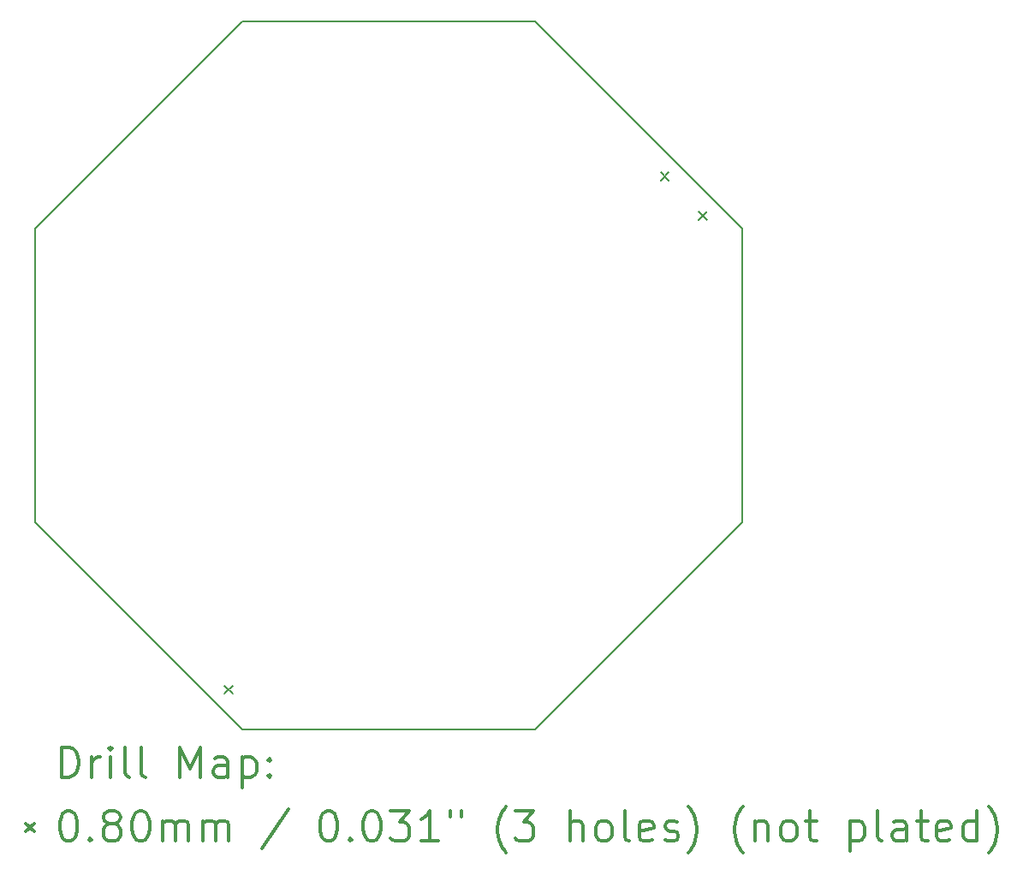
<source format=gbr>
%FSLAX45Y45*%
G04 Gerber Fmt 4.5, Leading zero omitted, Abs format (unit mm)*
G04 Created by KiCad (PCBNEW 4.0.6-e0-6349~53~ubuntu14.04.1) date Thu Mar 30 17:13:47 2017*
%MOMM*%
%LPD*%
G01*
G04 APERTURE LIST*
%ADD10C,0.127000*%
%ADD11C,0.150000*%
%ADD12C,0.200000*%
%ADD13C,0.300000*%
G04 APERTURE END LIST*
D10*
D11*
X1450000Y-3500000D02*
X3500000Y-1450000D01*
X-1450000Y-3500000D02*
X1450000Y-3500000D01*
X-3500000Y-1450000D02*
X-1450000Y-3500000D01*
X-3500000Y1450000D02*
X-3500000Y-1450000D01*
X-1450000Y3500000D02*
X-3500000Y1450000D01*
X1450000Y3500000D02*
X-1450000Y3500000D01*
X3500000Y1450000D02*
X1450000Y3500000D01*
X3500000Y-1450000D02*
X3500000Y1450000D01*
D12*
X-1621983Y-3065983D02*
X-1541983Y-3145983D01*
X-1541983Y-3065983D02*
X-1621983Y-3145983D01*
X2690500Y2008500D02*
X2770500Y1928500D01*
X2770500Y2008500D02*
X2690500Y1928500D01*
X3065983Y1621983D02*
X3145983Y1541983D01*
X3145983Y1621983D02*
X3065983Y1541983D01*
D13*
X-3236071Y-3973214D02*
X-3236071Y-3673214D01*
X-3164643Y-3673214D01*
X-3121786Y-3687500D01*
X-3093214Y-3716071D01*
X-3078929Y-3744643D01*
X-3064643Y-3801786D01*
X-3064643Y-3844643D01*
X-3078929Y-3901786D01*
X-3093214Y-3930357D01*
X-3121786Y-3958929D01*
X-3164643Y-3973214D01*
X-3236071Y-3973214D01*
X-2936071Y-3973214D02*
X-2936071Y-3773214D01*
X-2936071Y-3830357D02*
X-2921786Y-3801786D01*
X-2907500Y-3787500D01*
X-2878929Y-3773214D01*
X-2850357Y-3773214D01*
X-2750357Y-3973214D02*
X-2750357Y-3773214D01*
X-2750357Y-3673214D02*
X-2764643Y-3687500D01*
X-2750357Y-3701786D01*
X-2736072Y-3687500D01*
X-2750357Y-3673214D01*
X-2750357Y-3701786D01*
X-2564643Y-3973214D02*
X-2593214Y-3958929D01*
X-2607500Y-3930357D01*
X-2607500Y-3673214D01*
X-2407500Y-3973214D02*
X-2436072Y-3958929D01*
X-2450357Y-3930357D01*
X-2450357Y-3673214D01*
X-2064643Y-3973214D02*
X-2064643Y-3673214D01*
X-1964643Y-3887500D01*
X-1864643Y-3673214D01*
X-1864643Y-3973214D01*
X-1593214Y-3973214D02*
X-1593214Y-3816071D01*
X-1607500Y-3787500D01*
X-1636071Y-3773214D01*
X-1693214Y-3773214D01*
X-1721786Y-3787500D01*
X-1593214Y-3958929D02*
X-1621786Y-3973214D01*
X-1693214Y-3973214D01*
X-1721786Y-3958929D01*
X-1736071Y-3930357D01*
X-1736071Y-3901786D01*
X-1721786Y-3873214D01*
X-1693214Y-3858929D01*
X-1621786Y-3858929D01*
X-1593214Y-3844643D01*
X-1450357Y-3773214D02*
X-1450357Y-4073214D01*
X-1450357Y-3787500D02*
X-1421786Y-3773214D01*
X-1364643Y-3773214D01*
X-1336072Y-3787500D01*
X-1321786Y-3801786D01*
X-1307500Y-3830357D01*
X-1307500Y-3916071D01*
X-1321786Y-3944643D01*
X-1336072Y-3958929D01*
X-1364643Y-3973214D01*
X-1421786Y-3973214D01*
X-1450357Y-3958929D01*
X-1178929Y-3944643D02*
X-1164643Y-3958929D01*
X-1178929Y-3973214D01*
X-1193214Y-3958929D01*
X-1178929Y-3944643D01*
X-1178929Y-3973214D01*
X-1178929Y-3787500D02*
X-1164643Y-3801786D01*
X-1178929Y-3816071D01*
X-1193214Y-3801786D01*
X-1178929Y-3787500D01*
X-1178929Y-3816071D01*
X-3587500Y-4427500D02*
X-3507500Y-4507500D01*
X-3507500Y-4427500D02*
X-3587500Y-4507500D01*
X-3178929Y-4303214D02*
X-3150357Y-4303214D01*
X-3121786Y-4317500D01*
X-3107500Y-4331786D01*
X-3093214Y-4360357D01*
X-3078929Y-4417500D01*
X-3078929Y-4488929D01*
X-3093214Y-4546072D01*
X-3107500Y-4574643D01*
X-3121786Y-4588929D01*
X-3150357Y-4603214D01*
X-3178929Y-4603214D01*
X-3207500Y-4588929D01*
X-3221786Y-4574643D01*
X-3236071Y-4546072D01*
X-3250357Y-4488929D01*
X-3250357Y-4417500D01*
X-3236071Y-4360357D01*
X-3221786Y-4331786D01*
X-3207500Y-4317500D01*
X-3178929Y-4303214D01*
X-2950357Y-4574643D02*
X-2936071Y-4588929D01*
X-2950357Y-4603214D01*
X-2964643Y-4588929D01*
X-2950357Y-4574643D01*
X-2950357Y-4603214D01*
X-2764643Y-4431786D02*
X-2793214Y-4417500D01*
X-2807500Y-4403214D01*
X-2821786Y-4374643D01*
X-2821786Y-4360357D01*
X-2807500Y-4331786D01*
X-2793214Y-4317500D01*
X-2764643Y-4303214D01*
X-2707500Y-4303214D01*
X-2678929Y-4317500D01*
X-2664643Y-4331786D01*
X-2650357Y-4360357D01*
X-2650357Y-4374643D01*
X-2664643Y-4403214D01*
X-2678929Y-4417500D01*
X-2707500Y-4431786D01*
X-2764643Y-4431786D01*
X-2793214Y-4446072D01*
X-2807500Y-4460357D01*
X-2821786Y-4488929D01*
X-2821786Y-4546072D01*
X-2807500Y-4574643D01*
X-2793214Y-4588929D01*
X-2764643Y-4603214D01*
X-2707500Y-4603214D01*
X-2678929Y-4588929D01*
X-2664643Y-4574643D01*
X-2650357Y-4546072D01*
X-2650357Y-4488929D01*
X-2664643Y-4460357D01*
X-2678929Y-4446072D01*
X-2707500Y-4431786D01*
X-2464643Y-4303214D02*
X-2436072Y-4303214D01*
X-2407500Y-4317500D01*
X-2393214Y-4331786D01*
X-2378929Y-4360357D01*
X-2364643Y-4417500D01*
X-2364643Y-4488929D01*
X-2378929Y-4546072D01*
X-2393214Y-4574643D01*
X-2407500Y-4588929D01*
X-2436072Y-4603214D01*
X-2464643Y-4603214D01*
X-2493214Y-4588929D01*
X-2507500Y-4574643D01*
X-2521786Y-4546072D01*
X-2536072Y-4488929D01*
X-2536072Y-4417500D01*
X-2521786Y-4360357D01*
X-2507500Y-4331786D01*
X-2493214Y-4317500D01*
X-2464643Y-4303214D01*
X-2236072Y-4603214D02*
X-2236072Y-4403214D01*
X-2236072Y-4431786D02*
X-2221786Y-4417500D01*
X-2193214Y-4403214D01*
X-2150357Y-4403214D01*
X-2121786Y-4417500D01*
X-2107500Y-4446072D01*
X-2107500Y-4603214D01*
X-2107500Y-4446072D02*
X-2093214Y-4417500D01*
X-2064643Y-4403214D01*
X-2021786Y-4403214D01*
X-1993214Y-4417500D01*
X-1978929Y-4446072D01*
X-1978929Y-4603214D01*
X-1836071Y-4603214D02*
X-1836071Y-4403214D01*
X-1836071Y-4431786D02*
X-1821786Y-4417500D01*
X-1793214Y-4403214D01*
X-1750357Y-4403214D01*
X-1721786Y-4417500D01*
X-1707500Y-4446072D01*
X-1707500Y-4603214D01*
X-1707500Y-4446072D02*
X-1693214Y-4417500D01*
X-1664643Y-4403214D01*
X-1621786Y-4403214D01*
X-1593214Y-4417500D01*
X-1578929Y-4446072D01*
X-1578929Y-4603214D01*
X-993214Y-4288929D02*
X-1250357Y-4674643D01*
X-607500Y-4303214D02*
X-578929Y-4303214D01*
X-550357Y-4317500D01*
X-536072Y-4331786D01*
X-521786Y-4360357D01*
X-507500Y-4417500D01*
X-507500Y-4488929D01*
X-521786Y-4546072D01*
X-536072Y-4574643D01*
X-550357Y-4588929D01*
X-578929Y-4603214D01*
X-607500Y-4603214D01*
X-636072Y-4588929D01*
X-650357Y-4574643D01*
X-664643Y-4546072D01*
X-678929Y-4488929D01*
X-678929Y-4417500D01*
X-664643Y-4360357D01*
X-650357Y-4331786D01*
X-636072Y-4317500D01*
X-607500Y-4303214D01*
X-378929Y-4574643D02*
X-364643Y-4588929D01*
X-378929Y-4603214D01*
X-393214Y-4588929D01*
X-378929Y-4574643D01*
X-378929Y-4603214D01*
X-178929Y-4303214D02*
X-150357Y-4303214D01*
X-121786Y-4317500D01*
X-107500Y-4331786D01*
X-93214Y-4360357D01*
X-78929Y-4417500D01*
X-78929Y-4488929D01*
X-93214Y-4546072D01*
X-107500Y-4574643D01*
X-121786Y-4588929D01*
X-150357Y-4603214D01*
X-178929Y-4603214D01*
X-207500Y-4588929D01*
X-221786Y-4574643D01*
X-236072Y-4546072D01*
X-250357Y-4488929D01*
X-250357Y-4417500D01*
X-236072Y-4360357D01*
X-221786Y-4331786D01*
X-207500Y-4317500D01*
X-178929Y-4303214D01*
X21071Y-4303214D02*
X206785Y-4303214D01*
X106785Y-4417500D01*
X149643Y-4417500D01*
X178214Y-4431786D01*
X192500Y-4446072D01*
X206785Y-4474643D01*
X206785Y-4546072D01*
X192500Y-4574643D01*
X178214Y-4588929D01*
X149643Y-4603214D01*
X63928Y-4603214D01*
X35357Y-4588929D01*
X21071Y-4574643D01*
X492500Y-4603214D02*
X321071Y-4603214D01*
X406785Y-4603214D02*
X406785Y-4303214D01*
X378214Y-4346072D01*
X349643Y-4374643D01*
X321071Y-4388929D01*
X606786Y-4303214D02*
X606786Y-4360357D01*
X721071Y-4303214D02*
X721071Y-4360357D01*
X1163928Y-4717500D02*
X1149643Y-4703214D01*
X1121071Y-4660357D01*
X1106786Y-4631786D01*
X1092500Y-4588929D01*
X1078214Y-4517500D01*
X1078214Y-4460357D01*
X1092500Y-4388929D01*
X1106786Y-4346072D01*
X1121071Y-4317500D01*
X1149643Y-4274643D01*
X1163928Y-4260357D01*
X1249643Y-4303214D02*
X1435357Y-4303214D01*
X1335357Y-4417500D01*
X1378214Y-4417500D01*
X1406785Y-4431786D01*
X1421071Y-4446072D01*
X1435357Y-4474643D01*
X1435357Y-4546072D01*
X1421071Y-4574643D01*
X1406785Y-4588929D01*
X1378214Y-4603214D01*
X1292500Y-4603214D01*
X1263928Y-4588929D01*
X1249643Y-4574643D01*
X1792500Y-4603214D02*
X1792500Y-4303214D01*
X1921071Y-4603214D02*
X1921071Y-4446072D01*
X1906785Y-4417500D01*
X1878214Y-4403214D01*
X1835357Y-4403214D01*
X1806785Y-4417500D01*
X1792500Y-4431786D01*
X2106786Y-4603214D02*
X2078214Y-4588929D01*
X2063928Y-4574643D01*
X2049643Y-4546072D01*
X2049643Y-4460357D01*
X2063928Y-4431786D01*
X2078214Y-4417500D01*
X2106786Y-4403214D01*
X2149643Y-4403214D01*
X2178214Y-4417500D01*
X2192500Y-4431786D01*
X2206786Y-4460357D01*
X2206786Y-4546072D01*
X2192500Y-4574643D01*
X2178214Y-4588929D01*
X2149643Y-4603214D01*
X2106786Y-4603214D01*
X2378214Y-4603214D02*
X2349643Y-4588929D01*
X2335357Y-4560357D01*
X2335357Y-4303214D01*
X2606786Y-4588929D02*
X2578214Y-4603214D01*
X2521071Y-4603214D01*
X2492500Y-4588929D01*
X2478214Y-4560357D01*
X2478214Y-4446072D01*
X2492500Y-4417500D01*
X2521071Y-4403214D01*
X2578214Y-4403214D01*
X2606786Y-4417500D01*
X2621071Y-4446072D01*
X2621071Y-4474643D01*
X2478214Y-4503214D01*
X2735357Y-4588929D02*
X2763929Y-4603214D01*
X2821071Y-4603214D01*
X2849643Y-4588929D01*
X2863928Y-4560357D01*
X2863928Y-4546072D01*
X2849643Y-4517500D01*
X2821071Y-4503214D01*
X2778214Y-4503214D01*
X2749643Y-4488929D01*
X2735357Y-4460357D01*
X2735357Y-4446072D01*
X2749643Y-4417500D01*
X2778214Y-4403214D01*
X2821071Y-4403214D01*
X2849643Y-4417500D01*
X2963928Y-4717500D02*
X2978214Y-4703214D01*
X3006786Y-4660357D01*
X3021071Y-4631786D01*
X3035357Y-4588929D01*
X3049643Y-4517500D01*
X3049643Y-4460357D01*
X3035357Y-4388929D01*
X3021071Y-4346072D01*
X3006786Y-4317500D01*
X2978214Y-4274643D01*
X2963928Y-4260357D01*
X3506786Y-4717500D02*
X3492500Y-4703214D01*
X3463928Y-4660357D01*
X3449643Y-4631786D01*
X3435357Y-4588929D01*
X3421071Y-4517500D01*
X3421071Y-4460357D01*
X3435357Y-4388929D01*
X3449643Y-4346072D01*
X3463928Y-4317500D01*
X3492500Y-4274643D01*
X3506786Y-4260357D01*
X3621071Y-4403214D02*
X3621071Y-4603214D01*
X3621071Y-4431786D02*
X3635357Y-4417500D01*
X3663928Y-4403214D01*
X3706786Y-4403214D01*
X3735357Y-4417500D01*
X3749643Y-4446072D01*
X3749643Y-4603214D01*
X3935357Y-4603214D02*
X3906786Y-4588929D01*
X3892500Y-4574643D01*
X3878214Y-4546072D01*
X3878214Y-4460357D01*
X3892500Y-4431786D01*
X3906786Y-4417500D01*
X3935357Y-4403214D01*
X3978214Y-4403214D01*
X4006786Y-4417500D01*
X4021071Y-4431786D01*
X4035357Y-4460357D01*
X4035357Y-4546072D01*
X4021071Y-4574643D01*
X4006786Y-4588929D01*
X3978214Y-4603214D01*
X3935357Y-4603214D01*
X4121071Y-4403214D02*
X4235357Y-4403214D01*
X4163928Y-4303214D02*
X4163928Y-4560357D01*
X4178214Y-4588929D01*
X4206786Y-4603214D01*
X4235357Y-4603214D01*
X4563929Y-4403214D02*
X4563929Y-4703214D01*
X4563929Y-4417500D02*
X4592500Y-4403214D01*
X4649643Y-4403214D01*
X4678214Y-4417500D01*
X4692500Y-4431786D01*
X4706786Y-4460357D01*
X4706786Y-4546072D01*
X4692500Y-4574643D01*
X4678214Y-4588929D01*
X4649643Y-4603214D01*
X4592500Y-4603214D01*
X4563929Y-4588929D01*
X4878214Y-4603214D02*
X4849643Y-4588929D01*
X4835357Y-4560357D01*
X4835357Y-4303214D01*
X5121071Y-4603214D02*
X5121071Y-4446072D01*
X5106786Y-4417500D01*
X5078214Y-4403214D01*
X5021071Y-4403214D01*
X4992500Y-4417500D01*
X5121071Y-4588929D02*
X5092500Y-4603214D01*
X5021071Y-4603214D01*
X4992500Y-4588929D01*
X4978214Y-4560357D01*
X4978214Y-4531786D01*
X4992500Y-4503214D01*
X5021071Y-4488929D01*
X5092500Y-4488929D01*
X5121071Y-4474643D01*
X5221071Y-4403214D02*
X5335357Y-4403214D01*
X5263929Y-4303214D02*
X5263929Y-4560357D01*
X5278214Y-4588929D01*
X5306786Y-4603214D01*
X5335357Y-4603214D01*
X5549643Y-4588929D02*
X5521072Y-4603214D01*
X5463929Y-4603214D01*
X5435357Y-4588929D01*
X5421072Y-4560357D01*
X5421072Y-4446072D01*
X5435357Y-4417500D01*
X5463929Y-4403214D01*
X5521072Y-4403214D01*
X5549643Y-4417500D01*
X5563929Y-4446072D01*
X5563929Y-4474643D01*
X5421072Y-4503214D01*
X5821071Y-4603214D02*
X5821071Y-4303214D01*
X5821071Y-4588929D02*
X5792500Y-4603214D01*
X5735357Y-4603214D01*
X5706786Y-4588929D01*
X5692500Y-4574643D01*
X5678214Y-4546072D01*
X5678214Y-4460357D01*
X5692500Y-4431786D01*
X5706786Y-4417500D01*
X5735357Y-4403214D01*
X5792500Y-4403214D01*
X5821071Y-4417500D01*
X5935357Y-4717500D02*
X5949643Y-4703214D01*
X5978214Y-4660357D01*
X5992500Y-4631786D01*
X6006786Y-4588929D01*
X6021071Y-4517500D01*
X6021071Y-4460357D01*
X6006786Y-4388929D01*
X5992500Y-4346072D01*
X5978214Y-4317500D01*
X5949643Y-4274643D01*
X5935357Y-4260357D01*
M02*

</source>
